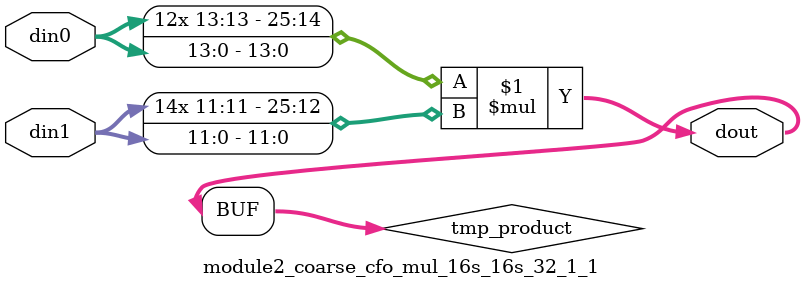
<source format=v>

`timescale 1 ns / 1 ps

 module module2_coarse_cfo_mul_16s_16s_32_1_1(din0, din1, dout);
parameter ID = 1;
parameter NUM_STAGE = 0;
parameter din0_WIDTH = 14;
parameter din1_WIDTH = 12;
parameter dout_WIDTH = 26;

input [din0_WIDTH - 1 : 0] din0; 
input [din1_WIDTH - 1 : 0] din1; 
output [dout_WIDTH - 1 : 0] dout;

wire signed [dout_WIDTH - 1 : 0] tmp_product;



























assign tmp_product = $signed(din0) * $signed(din1);








assign dout = tmp_product;





















endmodule

</source>
